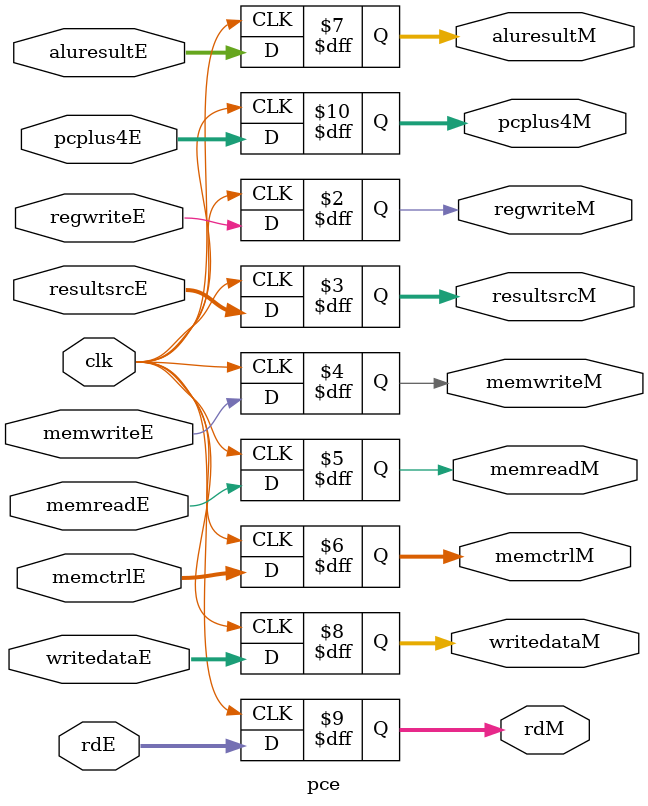
<source format=sv>
module pce #(
    parameter WIDTH = 32
)(

    input logic clk,


    //Control
    input logic regwriteE,
    input logic [1:0] resultsrcE,
    input logic memwriteE,
    input logic memreadE,
    input logic [2:0] memctrlE,

    output logic regwriteM,
    output logic [1:0] resultsrcM,
    output logic memwriteM,
    output logic memreadM,
    output logic [2:0] memctrlM,


    //Data

    input logic [WIDTH - 1:0] aluresultE,
    input logic [WIDTH - 1:0] writedataE,
    input logic [4:0] rdE,
    input logic [WIDTH - 1:0] pcplus4E,

    output logic [WIDTH - 1:0] aluresultM,
    output logic [WIDTH - 1:0] writedataM,
    output logic [4:0] rdM,
    output logic [WIDTH - 1:0] pcplus4M

);

always_ff @(posedge clk) begin
    //Control
    regwriteM <= regwriteE;
    resultsrcM <= resultsrcE;
    memwriteM <= memwriteE;
    memctrlM <= memctrlE;
    memreadM <= memreadE;

    //Data
    aluresultM <= aluresultE;
    writedataM <= writedataE;
    rdM <= rdE;
    pcplus4M <= pcplus4E;
    
end

endmodule

</source>
